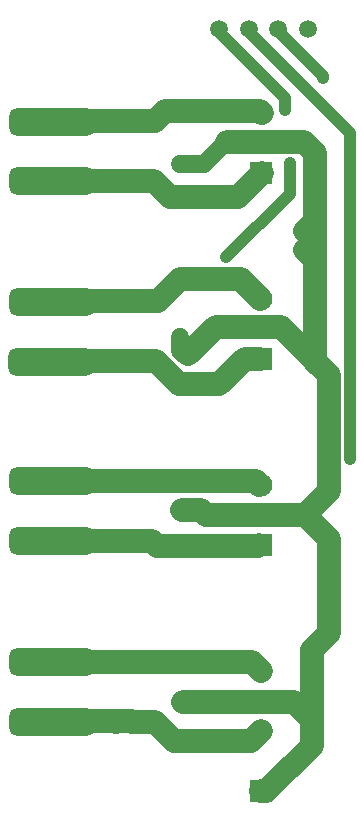
<source format=gbr>
%TF.GenerationSoftware,KiCad,Pcbnew,7.0.10*%
%TF.CreationDate,2024-07-21T07:16:58-04:00*%
%TF.ProjectId,12.2.1 - PLC Connector,31322e32-2e31-4202-9d20-504c4320436f,rev?*%
%TF.SameCoordinates,Original*%
%TF.FileFunction,Copper,L2,Bot*%
%TF.FilePolarity,Positive*%
%FSLAX46Y46*%
G04 Gerber Fmt 4.6, Leading zero omitted, Abs format (unit mm)*
G04 Created by KiCad (PCBNEW 7.0.10) date 2024-07-21 07:16:58*
%MOMM*%
%LPD*%
G01*
G04 APERTURE LIST*
G04 Aperture macros list*
%AMRoundRect*
0 Rectangle with rounded corners*
0 $1 Rounding radius*
0 $2 $3 $4 $5 $6 $7 $8 $9 X,Y pos of 4 corners*
0 Add a 4 corners polygon primitive as box body*
4,1,4,$2,$3,$4,$5,$6,$7,$8,$9,$2,$3,0*
0 Add four circle primitives for the rounded corners*
1,1,$1+$1,$2,$3*
1,1,$1+$1,$4,$5*
1,1,$1+$1,$6,$7*
1,1,$1+$1,$8,$9*
0 Add four rect primitives between the rounded corners*
20,1,$1+$1,$2,$3,$4,$5,0*
20,1,$1+$1,$4,$5,$6,$7,0*
20,1,$1+$1,$6,$7,$8,$9,0*
20,1,$1+$1,$8,$9,$2,$3,0*%
G04 Aperture macros list end*
%TA.AperFunction,ComponentPad*%
%ADD10R,1.950000X1.950000*%
%TD*%
%TA.AperFunction,ComponentPad*%
%ADD11C,1.950000*%
%TD*%
%TA.AperFunction,ComponentPad*%
%ADD12C,1.498600*%
%TD*%
%TA.AperFunction,SMDPad,CuDef*%
%ADD13RoundRect,0.572500X3.045750X0.572500X-3.045750X0.572500X-3.045750X-0.572500X3.045750X-0.572500X0*%
%TD*%
%TA.AperFunction,ViaPad*%
%ADD14C,0.800000*%
%TD*%
%TA.AperFunction,Conductor*%
%ADD15C,2.000000*%
%TD*%
%TA.AperFunction,Conductor*%
%ADD16C,1.016000*%
%TD*%
%TA.AperFunction,Conductor*%
%ADD17C,1.500000*%
%TD*%
%TA.AperFunction,Conductor*%
%ADD18C,1.999996*%
%TD*%
G04 APERTURE END LIST*
D10*
%TO.P,J118,1,1*%
%TO.N,Net-(J105-Pin_1)*%
X175768000Y-90678000D03*
D11*
%TO.P,J118,2,2*%
%TO.N,Net-(J106-Pin_1)*%
X175768000Y-85598000D03*
%TD*%
D10*
%TO.P,J120,1,1*%
%TO.N,Net-(J113-Pin_1)*%
X175768000Y-74930000D03*
D11*
%TO.P,J120,2,2*%
%TO.N,Net-(J114-Pin_1)*%
X175768000Y-69850000D03*
%TD*%
D10*
%TO.P,J117,1,1*%
%TO.N,GNDPWR*%
X175768000Y-111506000D03*
D11*
%TO.P,J117,2,2*%
%TO.N,Net-(J103-Pin_1)*%
X175768000Y-106426000D03*
%TO.P,J117,3,3*%
%TO.N,Net-(J104-Pin_1)*%
X175768000Y-101346000D03*
%TD*%
D10*
%TO.P,J119,1,1*%
%TO.N,Net-(J101-Pin_1)*%
X175768000Y-59182000D03*
D11*
%TO.P,J119,2,2*%
%TO.N,Net-(J102-Pin_1)*%
X175768000Y-54102000D03*
%TD*%
D12*
%TO.P,J122,4,4*%
%TO.N,Net-(J102-Pin_1)*%
X179712000Y-46990000D03*
%TO.P,J122,3,3*%
%TO.N,Net-(J114-Pin_1)*%
X177212000Y-46990000D03*
%TO.P,J122,2,2*%
%TO.N,Net-(J106-Pin_1)*%
X174712000Y-46990000D03*
%TO.P,J122,1,1*%
%TO.N,Net-(J104-Pin_1)*%
X172212000Y-46990000D03*
%TD*%
D13*
%TO.P,J104,1,Pin_1*%
%TO.N,Net-(J104-Pin_1)*%
X158050500Y-100584912D03*
%TD*%
%TO.P,J112,1,Pin_1*%
%TO.N,Net-(J106-Pin_1)*%
X158030226Y-85328358D03*
%TD*%
%TO.P,J102,1,Pin_1*%
%TO.N,Net-(J102-Pin_1)*%
X158059111Y-54859956D03*
%TD*%
%TO.P,J116,1,Pin_1*%
%TO.N,Net-(J114-Pin_1)*%
X158037756Y-70097922D03*
%TD*%
%TO.P,J103,1,Pin_1*%
%TO.N,Net-(J103-Pin_1)*%
X158044463Y-105658939D03*
%TD*%
%TO.P,J111,1,Pin_1*%
%TO.N,Net-(J105-Pin_1)*%
X158043253Y-90411408D03*
%TD*%
%TO.P,J107,1,Pin_1*%
%TO.N,Net-(J101-Pin_1)*%
X158032974Y-59931106D03*
%TD*%
%TO.P,J113,1,Pin_1*%
%TO.N,Net-(J113-Pin_1)*%
X158022541Y-75174459D03*
%TD*%
D14*
%TO.N,Net-(J102-Pin_1)*%
X166186225Y-54846225D03*
X164463778Y-54846222D03*
X163033777Y-54846223D03*
%TO.N,Net-(J103-Pin_1)*%
X164880000Y-105660000D03*
X166070000Y-105690000D03*
X163470000Y-105660000D03*
%TO.N,Net-(J104-Pin_1)*%
X163570000Y-100590000D03*
X172845000Y-66296000D03*
X178181000Y-58338000D03*
X166100000Y-100579161D03*
X164880000Y-100570000D03*
X177806198Y-53854198D03*
%TO.N,Net-(J105-Pin_1)*%
X163690000Y-90410000D03*
X166100000Y-90400000D03*
X164930000Y-90430000D03*
%TO.N,Net-(J101-Pin_1)*%
X165900000Y-59930064D03*
X163331702Y-59928426D03*
X164666417Y-59911948D03*
%TO.N,GNDPWR*%
X177419000Y-110236000D03*
X171323000Y-104013000D03*
X178181000Y-109474000D03*
X179516994Y-65719994D03*
X168990000Y-103980000D03*
X180467000Y-99060000D03*
X181356000Y-98298000D03*
X181483000Y-97155000D03*
X169037000Y-87757000D03*
X181483000Y-79756000D03*
X168783010Y-73520500D03*
X168990000Y-58410000D03*
X169200000Y-74580000D03*
X170688000Y-87757000D03*
X181483000Y-78359000D03*
X170942000Y-58420000D03*
X179456000Y-64135000D03*
%TO.N,Net-(J106-Pin_1)*%
X166200000Y-85300000D03*
X183261000Y-83439000D03*
X163860000Y-85300000D03*
X165040000Y-85300000D03*
%TO.N,Net-(J114-Pin_1)*%
X166300000Y-70079907D03*
X180975000Y-51181000D03*
X165000000Y-70100000D03*
X163580000Y-70130000D03*
%TO.N,Net-(J113-Pin_1)*%
X166300000Y-75100000D03*
X163430000Y-75120000D03*
X164860000Y-75100000D03*
%TD*%
D15*
%TO.N,Net-(J102-Pin_1)*%
X158025560Y-54846229D02*
X166762011Y-54846229D01*
X167633240Y-53975000D02*
X175707666Y-53975000D01*
X175707666Y-53975000D02*
X175834666Y-54102000D01*
X166762011Y-54846229D02*
X167633240Y-53975000D01*
%TO.N,Net-(J103-Pin_1)*%
X163461866Y-105651866D02*
X163470000Y-105660000D01*
X166755822Y-105660000D02*
X168410822Y-107315000D01*
X163470000Y-105660000D02*
X163478134Y-105651866D01*
X163478134Y-105651866D02*
X164871866Y-105651866D01*
X158012117Y-105651866D02*
X163461866Y-105651866D01*
X168410822Y-107315000D02*
X174879000Y-107315000D01*
X174879000Y-107315000D02*
X175768000Y-106426000D01*
X164871866Y-105651866D02*
X164880000Y-105660000D01*
X164880000Y-105660000D02*
X166755822Y-105660000D01*
D16*
%TO.N,Net-(J104-Pin_1)*%
X177806198Y-52876298D02*
X177806198Y-53854198D01*
D15*
X166100000Y-100579161D02*
X175001161Y-100579161D01*
D16*
X172046900Y-47117000D02*
X177806198Y-52876298D01*
D15*
X175001161Y-100579161D02*
X175768000Y-101346000D01*
D16*
X178181000Y-60960000D02*
X178181000Y-58338000D01*
X172845000Y-66296000D02*
X178181000Y-60960000D01*
D15*
X158046205Y-100579161D02*
X166100000Y-100579161D01*
%TO.N,Net-(J105-Pin_1)*%
X175507668Y-90805000D02*
X166930059Y-90805000D01*
X166930059Y-90805000D02*
X166525059Y-90400000D01*
X175634668Y-90678000D02*
X175507668Y-90805000D01*
X166525059Y-90400000D02*
X158200000Y-90400000D01*
%TO.N,Net-(J101-Pin_1)*%
X168029822Y-61214000D02*
X173802666Y-61214000D01*
X165900000Y-59930064D02*
X166745886Y-59930064D01*
X173802666Y-61214000D02*
X175834666Y-59182000D01*
X158015972Y-59930064D02*
X165900000Y-59930064D01*
X166745886Y-59930064D02*
X168029822Y-61214000D01*
%TO.N,GNDPWR*%
X178181000Y-109474000D02*
X178308000Y-109474000D01*
D17*
X168910000Y-58420000D02*
X170942000Y-58420000D01*
D15*
X179451000Y-88138000D02*
X180649500Y-89336500D01*
X171326000Y-104010000D02*
X171322999Y-104013001D01*
D18*
X180345000Y-66548000D02*
X179516994Y-65719994D01*
D15*
X180345000Y-66548000D02*
X180345000Y-75189000D01*
X171069000Y-88138000D02*
X179451000Y-88138000D01*
X178308000Y-109474000D02*
X180086001Y-107695999D01*
X175768000Y-111506000D02*
X176149000Y-111506000D01*
X181483000Y-86106000D02*
X181483000Y-76327000D01*
X179451000Y-88138000D02*
X181483000Y-86106000D01*
X181483000Y-90170000D02*
X181483000Y-97155000D01*
X176149000Y-111506000D02*
X178181000Y-109474000D01*
D17*
X169609998Y-74580000D02*
X169609999Y-74580001D01*
D15*
X179391477Y-56580000D02*
X180345000Y-57533523D01*
X171927000Y-72263000D02*
X169609999Y-74580001D01*
X172912000Y-56580000D02*
X179391477Y-56580000D01*
X180086001Y-105550001D02*
X178546000Y-104010000D01*
X180070000Y-105534000D02*
X180086001Y-105550001D01*
X180070000Y-99584000D02*
X180070000Y-105534000D01*
X169037000Y-87757000D02*
X170688000Y-87757000D01*
D18*
X180345000Y-63246000D02*
X179456000Y-64135000D01*
D15*
X180345000Y-75189000D02*
X180649500Y-75493500D01*
X181483000Y-76327000D02*
X180649500Y-75493500D01*
X180649500Y-89336500D02*
X181483000Y-90170000D01*
D16*
X171323000Y-104013000D02*
X171322999Y-104013001D01*
D17*
X169200000Y-74580000D02*
X169609998Y-74580000D01*
D15*
X178546000Y-104010000D02*
X171326000Y-104010000D01*
X181483000Y-98171000D02*
X180070000Y-99584000D01*
X180345000Y-63246000D02*
X180345000Y-66548000D01*
X170688000Y-87757000D02*
X171069000Y-88138000D01*
D17*
X170942000Y-58420000D02*
X172847000Y-56515000D01*
D15*
X177419000Y-72263000D02*
X171927000Y-72263000D01*
X180086001Y-107695999D02*
X180086001Y-105550001D01*
X181483000Y-97155000D02*
X181483000Y-98171000D01*
D17*
X168880000Y-74260000D02*
X169200000Y-74580000D01*
X168880000Y-73070000D02*
X168880000Y-74260000D01*
D15*
X180649500Y-75493500D02*
X177419000Y-72263000D01*
X180345000Y-57533523D02*
X180345000Y-63246000D01*
X169164000Y-104013000D02*
X171323000Y-104013000D01*
%TO.N,Net-(J106-Pin_1)*%
X166200000Y-85300000D02*
X175336668Y-85300000D01*
X158100000Y-85300000D02*
X166200000Y-85300000D01*
D16*
X183261000Y-55791100D02*
X183261000Y-83439000D01*
X174586900Y-47117000D02*
X183261000Y-55791100D01*
D15*
X175336668Y-85300000D02*
X175634668Y-85598000D01*
%TO.N,Net-(J114-Pin_1)*%
X168921460Y-68188000D02*
X174039334Y-68188000D01*
X167029553Y-70079907D02*
X168921460Y-68188000D01*
X174039334Y-68188000D02*
X175701334Y-69850000D01*
X166300000Y-70079907D02*
X167029553Y-70079907D01*
X158030375Y-70079907D02*
X166300000Y-70079907D01*
D16*
X180975000Y-50965100D02*
X180975000Y-51181000D01*
X177126900Y-47117000D02*
X180975000Y-50965100D01*
D15*
%TO.N,Net-(J113-Pin_1)*%
X158010937Y-75142544D02*
X166900726Y-75142544D01*
X172214000Y-77089000D02*
X174373000Y-74930000D01*
X166900726Y-75142544D02*
X168847182Y-77089000D01*
X168847182Y-77089000D02*
X172214000Y-77089000D01*
X174373000Y-74930000D02*
X175701334Y-74930000D01*
%TD*%
M02*

</source>
